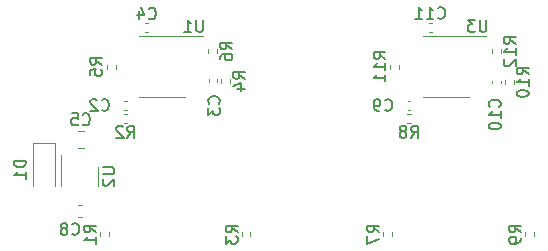
<source format=gbr>
%TF.GenerationSoftware,KiCad,Pcbnew,6.0.0*%
%TF.CreationDate,2022-01-04T22:09:20+01:00*%
%TF.ProjectId,mini_light_control,6d696e69-5f6c-4696-9768-745f636f6e74,v1.0*%
%TF.SameCoordinates,Original*%
%TF.FileFunction,Legend,Bot*%
%TF.FilePolarity,Positive*%
%FSLAX46Y46*%
G04 Gerber Fmt 4.6, Leading zero omitted, Abs format (unit mm)*
G04 Created by KiCad (PCBNEW 6.0.0) date 2022-01-04 22:09:20*
%MOMM*%
%LPD*%
G01*
G04 APERTURE LIST*
%ADD10C,0.150000*%
%ADD11C,0.120000*%
G04 APERTURE END LIST*
D10*
%TO.C,U3*%
X143761904Y-40752380D02*
X143761904Y-41561904D01*
X143714285Y-41657142D01*
X143666666Y-41704761D01*
X143571428Y-41752380D01*
X143380952Y-41752380D01*
X143285714Y-41704761D01*
X143238095Y-41657142D01*
X143190476Y-41561904D01*
X143190476Y-40752380D01*
X142809523Y-40752380D02*
X142190476Y-40752380D01*
X142523809Y-41133333D01*
X142380952Y-41133333D01*
X142285714Y-41180952D01*
X142238095Y-41228571D01*
X142190476Y-41323809D01*
X142190476Y-41561904D01*
X142238095Y-41657142D01*
X142285714Y-41704761D01*
X142380952Y-41752380D01*
X142666666Y-41752380D01*
X142761904Y-41704761D01*
X142809523Y-41657142D01*
%TO.C,R4*%
X123322380Y-45733333D02*
X122846190Y-45400000D01*
X123322380Y-45161904D02*
X122322380Y-45161904D01*
X122322380Y-45542857D01*
X122370000Y-45638095D01*
X122417619Y-45685714D01*
X122512857Y-45733333D01*
X122655714Y-45733333D01*
X122750952Y-45685714D01*
X122798571Y-45638095D01*
X122846190Y-45542857D01*
X122846190Y-45161904D01*
X122655714Y-46590476D02*
X123322380Y-46590476D01*
X122274761Y-46352380D02*
X122989047Y-46114285D01*
X122989047Y-46733333D01*
%TO.C,R1*%
X110682380Y-58733333D02*
X110206190Y-58400000D01*
X110682380Y-58161904D02*
X109682380Y-58161904D01*
X109682380Y-58542857D01*
X109730000Y-58638095D01*
X109777619Y-58685714D01*
X109872857Y-58733333D01*
X110015714Y-58733333D01*
X110110952Y-58685714D01*
X110158571Y-58638095D01*
X110206190Y-58542857D01*
X110206190Y-58161904D01*
X110682380Y-59685714D02*
X110682380Y-59114285D01*
X110682380Y-59400000D02*
X109682380Y-59400000D01*
X109825238Y-59304761D01*
X109920476Y-59209523D01*
X109968095Y-59114285D01*
%TO.C,R7*%
X134682380Y-58733333D02*
X134206190Y-58400000D01*
X134682380Y-58161904D02*
X133682380Y-58161904D01*
X133682380Y-58542857D01*
X133730000Y-58638095D01*
X133777619Y-58685714D01*
X133872857Y-58733333D01*
X134015714Y-58733333D01*
X134110952Y-58685714D01*
X134158571Y-58638095D01*
X134206190Y-58542857D01*
X134206190Y-58161904D01*
X133682380Y-59066666D02*
X133682380Y-59733333D01*
X134682380Y-59304761D01*
%TO.C,R8*%
X137366666Y-50722380D02*
X137700000Y-50246190D01*
X137938095Y-50722380D02*
X137938095Y-49722380D01*
X137557142Y-49722380D01*
X137461904Y-49770000D01*
X137414285Y-49817619D01*
X137366666Y-49912857D01*
X137366666Y-50055714D01*
X137414285Y-50150952D01*
X137461904Y-50198571D01*
X137557142Y-50246190D01*
X137938095Y-50246190D01*
X136795238Y-50150952D02*
X136890476Y-50103333D01*
X136938095Y-50055714D01*
X136985714Y-49960476D01*
X136985714Y-49912857D01*
X136938095Y-49817619D01*
X136890476Y-49770000D01*
X136795238Y-49722380D01*
X136604761Y-49722380D01*
X136509523Y-49770000D01*
X136461904Y-49817619D01*
X136414285Y-49912857D01*
X136414285Y-49960476D01*
X136461904Y-50055714D01*
X136509523Y-50103333D01*
X136604761Y-50150952D01*
X136795238Y-50150952D01*
X136890476Y-50198571D01*
X136938095Y-50246190D01*
X136985714Y-50341428D01*
X136985714Y-50531904D01*
X136938095Y-50627142D01*
X136890476Y-50674761D01*
X136795238Y-50722380D01*
X136604761Y-50722380D01*
X136509523Y-50674761D01*
X136461904Y-50627142D01*
X136414285Y-50531904D01*
X136414285Y-50341428D01*
X136461904Y-50246190D01*
X136509523Y-50198571D01*
X136604761Y-50150952D01*
%TO.C,R10*%
X147322380Y-45357142D02*
X146846190Y-45023809D01*
X147322380Y-44785714D02*
X146322380Y-44785714D01*
X146322380Y-45166666D01*
X146370000Y-45261904D01*
X146417619Y-45309523D01*
X146512857Y-45357142D01*
X146655714Y-45357142D01*
X146750952Y-45309523D01*
X146798571Y-45261904D01*
X146846190Y-45166666D01*
X146846190Y-44785714D01*
X147322380Y-46309523D02*
X147322380Y-45738095D01*
X147322380Y-46023809D02*
X146322380Y-46023809D01*
X146465238Y-45928571D01*
X146560476Y-45833333D01*
X146608095Y-45738095D01*
X146322380Y-46928571D02*
X146322380Y-47023809D01*
X146370000Y-47119047D01*
X146417619Y-47166666D01*
X146512857Y-47214285D01*
X146703333Y-47261904D01*
X146941428Y-47261904D01*
X147131904Y-47214285D01*
X147227142Y-47166666D01*
X147274761Y-47119047D01*
X147322380Y-47023809D01*
X147322380Y-46928571D01*
X147274761Y-46833333D01*
X147227142Y-46785714D01*
X147131904Y-46738095D01*
X146941428Y-46690476D01*
X146703333Y-46690476D01*
X146512857Y-46738095D01*
X146417619Y-46785714D01*
X146370000Y-46833333D01*
X146322380Y-46928571D01*
%TO.C,R6*%
X122222380Y-43233333D02*
X121746190Y-42900000D01*
X122222380Y-42661904D02*
X121222380Y-42661904D01*
X121222380Y-43042857D01*
X121270000Y-43138095D01*
X121317619Y-43185714D01*
X121412857Y-43233333D01*
X121555714Y-43233333D01*
X121650952Y-43185714D01*
X121698571Y-43138095D01*
X121746190Y-43042857D01*
X121746190Y-42661904D01*
X121222380Y-44090476D02*
X121222380Y-43900000D01*
X121270000Y-43804761D01*
X121317619Y-43757142D01*
X121460476Y-43661904D01*
X121650952Y-43614285D01*
X122031904Y-43614285D01*
X122127142Y-43661904D01*
X122174761Y-43709523D01*
X122222380Y-43804761D01*
X122222380Y-43995238D01*
X122174761Y-44090476D01*
X122127142Y-44138095D01*
X122031904Y-44185714D01*
X121793809Y-44185714D01*
X121698571Y-44138095D01*
X121650952Y-44090476D01*
X121603333Y-43995238D01*
X121603333Y-43804761D01*
X121650952Y-43709523D01*
X121698571Y-43661904D01*
X121793809Y-43614285D01*
%TO.C,C10*%
X144857142Y-48107142D02*
X144904761Y-48059523D01*
X144952380Y-47916666D01*
X144952380Y-47821428D01*
X144904761Y-47678571D01*
X144809523Y-47583333D01*
X144714285Y-47535714D01*
X144523809Y-47488095D01*
X144380952Y-47488095D01*
X144190476Y-47535714D01*
X144095238Y-47583333D01*
X144000000Y-47678571D01*
X143952380Y-47821428D01*
X143952380Y-47916666D01*
X144000000Y-48059523D01*
X144047619Y-48107142D01*
X144952380Y-49059523D02*
X144952380Y-48488095D01*
X144952380Y-48773809D02*
X143952380Y-48773809D01*
X144095238Y-48678571D01*
X144190476Y-48583333D01*
X144238095Y-48488095D01*
X143952380Y-49678571D02*
X143952380Y-49773809D01*
X144000000Y-49869047D01*
X144047619Y-49916666D01*
X144142857Y-49964285D01*
X144333333Y-50011904D01*
X144571428Y-50011904D01*
X144761904Y-49964285D01*
X144857142Y-49916666D01*
X144904761Y-49869047D01*
X144952380Y-49773809D01*
X144952380Y-49678571D01*
X144904761Y-49583333D01*
X144857142Y-49535714D01*
X144761904Y-49488095D01*
X144571428Y-49440476D01*
X144333333Y-49440476D01*
X144142857Y-49488095D01*
X144047619Y-49535714D01*
X144000000Y-49583333D01*
X143952380Y-49678571D01*
%TO.C,C11*%
X139642857Y-40557142D02*
X139690476Y-40604761D01*
X139833333Y-40652380D01*
X139928571Y-40652380D01*
X140071428Y-40604761D01*
X140166666Y-40509523D01*
X140214285Y-40414285D01*
X140261904Y-40223809D01*
X140261904Y-40080952D01*
X140214285Y-39890476D01*
X140166666Y-39795238D01*
X140071428Y-39700000D01*
X139928571Y-39652380D01*
X139833333Y-39652380D01*
X139690476Y-39700000D01*
X139642857Y-39747619D01*
X138690476Y-40652380D02*
X139261904Y-40652380D01*
X138976190Y-40652380D02*
X138976190Y-39652380D01*
X139071428Y-39795238D01*
X139166666Y-39890476D01*
X139261904Y-39938095D01*
X137738095Y-40652380D02*
X138309523Y-40652380D01*
X138023809Y-40652380D02*
X138023809Y-39652380D01*
X138119047Y-39795238D01*
X138214285Y-39890476D01*
X138309523Y-39938095D01*
%TO.C,C9*%
X135166666Y-48357142D02*
X135214285Y-48404761D01*
X135357142Y-48452380D01*
X135452380Y-48452380D01*
X135595238Y-48404761D01*
X135690476Y-48309523D01*
X135738095Y-48214285D01*
X135785714Y-48023809D01*
X135785714Y-47880952D01*
X135738095Y-47690476D01*
X135690476Y-47595238D01*
X135595238Y-47500000D01*
X135452380Y-47452380D01*
X135357142Y-47452380D01*
X135214285Y-47500000D01*
X135166666Y-47547619D01*
X134690476Y-48452380D02*
X134500000Y-48452380D01*
X134404761Y-48404761D01*
X134357142Y-48357142D01*
X134261904Y-48214285D01*
X134214285Y-48023809D01*
X134214285Y-47642857D01*
X134261904Y-47547619D01*
X134309523Y-47500000D01*
X134404761Y-47452380D01*
X134595238Y-47452380D01*
X134690476Y-47500000D01*
X134738095Y-47547619D01*
X134785714Y-47642857D01*
X134785714Y-47880952D01*
X134738095Y-47976190D01*
X134690476Y-48023809D01*
X134595238Y-48071428D01*
X134404761Y-48071428D01*
X134309523Y-48023809D01*
X134261904Y-47976190D01*
X134214285Y-47880952D01*
%TO.C,C8*%
X108666666Y-58857142D02*
X108714285Y-58904761D01*
X108857142Y-58952380D01*
X108952380Y-58952380D01*
X109095238Y-58904761D01*
X109190476Y-58809523D01*
X109238095Y-58714285D01*
X109285714Y-58523809D01*
X109285714Y-58380952D01*
X109238095Y-58190476D01*
X109190476Y-58095238D01*
X109095238Y-58000000D01*
X108952380Y-57952380D01*
X108857142Y-57952380D01*
X108714285Y-58000000D01*
X108666666Y-58047619D01*
X108095238Y-58380952D02*
X108190476Y-58333333D01*
X108238095Y-58285714D01*
X108285714Y-58190476D01*
X108285714Y-58142857D01*
X108238095Y-58047619D01*
X108190476Y-58000000D01*
X108095238Y-57952380D01*
X107904761Y-57952380D01*
X107809523Y-58000000D01*
X107761904Y-58047619D01*
X107714285Y-58142857D01*
X107714285Y-58190476D01*
X107761904Y-58285714D01*
X107809523Y-58333333D01*
X107904761Y-58380952D01*
X108095238Y-58380952D01*
X108190476Y-58428571D01*
X108238095Y-58476190D01*
X108285714Y-58571428D01*
X108285714Y-58761904D01*
X108238095Y-58857142D01*
X108190476Y-58904761D01*
X108095238Y-58952380D01*
X107904761Y-58952380D01*
X107809523Y-58904761D01*
X107761904Y-58857142D01*
X107714285Y-58761904D01*
X107714285Y-58571428D01*
X107761904Y-58476190D01*
X107809523Y-58428571D01*
X107904761Y-58380952D01*
%TO.C,C3*%
X121107142Y-47833333D02*
X121154761Y-47785714D01*
X121202380Y-47642857D01*
X121202380Y-47547619D01*
X121154761Y-47404761D01*
X121059523Y-47309523D01*
X120964285Y-47261904D01*
X120773809Y-47214285D01*
X120630952Y-47214285D01*
X120440476Y-47261904D01*
X120345238Y-47309523D01*
X120250000Y-47404761D01*
X120202380Y-47547619D01*
X120202380Y-47642857D01*
X120250000Y-47785714D01*
X120297619Y-47833333D01*
X120202380Y-48166666D02*
X120202380Y-48785714D01*
X120583333Y-48452380D01*
X120583333Y-48595238D01*
X120630952Y-48690476D01*
X120678571Y-48738095D01*
X120773809Y-48785714D01*
X121011904Y-48785714D01*
X121107142Y-48738095D01*
X121154761Y-48690476D01*
X121202380Y-48595238D01*
X121202380Y-48309523D01*
X121154761Y-48214285D01*
X121107142Y-48166666D01*
%TO.C,R11*%
X135202380Y-44057142D02*
X134726190Y-43723809D01*
X135202380Y-43485714D02*
X134202380Y-43485714D01*
X134202380Y-43866666D01*
X134250000Y-43961904D01*
X134297619Y-44009523D01*
X134392857Y-44057142D01*
X134535714Y-44057142D01*
X134630952Y-44009523D01*
X134678571Y-43961904D01*
X134726190Y-43866666D01*
X134726190Y-43485714D01*
X135202380Y-45009523D02*
X135202380Y-44438095D01*
X135202380Y-44723809D02*
X134202380Y-44723809D01*
X134345238Y-44628571D01*
X134440476Y-44533333D01*
X134488095Y-44438095D01*
X135202380Y-45961904D02*
X135202380Y-45390476D01*
X135202380Y-45676190D02*
X134202380Y-45676190D01*
X134345238Y-45580952D01*
X134440476Y-45485714D01*
X134488095Y-45390476D01*
%TO.C,C4*%
X115166666Y-40607142D02*
X115214285Y-40654761D01*
X115357142Y-40702380D01*
X115452380Y-40702380D01*
X115595238Y-40654761D01*
X115690476Y-40559523D01*
X115738095Y-40464285D01*
X115785714Y-40273809D01*
X115785714Y-40130952D01*
X115738095Y-39940476D01*
X115690476Y-39845238D01*
X115595238Y-39750000D01*
X115452380Y-39702380D01*
X115357142Y-39702380D01*
X115214285Y-39750000D01*
X115166666Y-39797619D01*
X114309523Y-40035714D02*
X114309523Y-40702380D01*
X114547619Y-39654761D02*
X114785714Y-40369047D01*
X114166666Y-40369047D01*
%TO.C,U1*%
X119761904Y-40752380D02*
X119761904Y-41561904D01*
X119714285Y-41657142D01*
X119666666Y-41704761D01*
X119571428Y-41752380D01*
X119380952Y-41752380D01*
X119285714Y-41704761D01*
X119238095Y-41657142D01*
X119190476Y-41561904D01*
X119190476Y-40752380D01*
X118190476Y-41752380D02*
X118761904Y-41752380D01*
X118476190Y-41752380D02*
X118476190Y-40752380D01*
X118571428Y-40895238D01*
X118666666Y-40990476D01*
X118761904Y-41038095D01*
%TO.C,R12*%
X146222380Y-42757142D02*
X145746190Y-42423809D01*
X146222380Y-42185714D02*
X145222380Y-42185714D01*
X145222380Y-42566666D01*
X145270000Y-42661904D01*
X145317619Y-42709523D01*
X145412857Y-42757142D01*
X145555714Y-42757142D01*
X145650952Y-42709523D01*
X145698571Y-42661904D01*
X145746190Y-42566666D01*
X145746190Y-42185714D01*
X146222380Y-43709523D02*
X146222380Y-43138095D01*
X146222380Y-43423809D02*
X145222380Y-43423809D01*
X145365238Y-43328571D01*
X145460476Y-43233333D01*
X145508095Y-43138095D01*
X145317619Y-44090476D02*
X145270000Y-44138095D01*
X145222380Y-44233333D01*
X145222380Y-44471428D01*
X145270000Y-44566666D01*
X145317619Y-44614285D01*
X145412857Y-44661904D01*
X145508095Y-44661904D01*
X145650952Y-44614285D01*
X146222380Y-44042857D01*
X146222380Y-44661904D01*
%TO.C,R2*%
X113366666Y-50722380D02*
X113700000Y-50246190D01*
X113938095Y-50722380D02*
X113938095Y-49722380D01*
X113557142Y-49722380D01*
X113461904Y-49770000D01*
X113414285Y-49817619D01*
X113366666Y-49912857D01*
X113366666Y-50055714D01*
X113414285Y-50150952D01*
X113461904Y-50198571D01*
X113557142Y-50246190D01*
X113938095Y-50246190D01*
X112985714Y-49817619D02*
X112938095Y-49770000D01*
X112842857Y-49722380D01*
X112604761Y-49722380D01*
X112509523Y-49770000D01*
X112461904Y-49817619D01*
X112414285Y-49912857D01*
X112414285Y-50008095D01*
X112461904Y-50150952D01*
X113033333Y-50722380D01*
X112414285Y-50722380D01*
%TO.C,R3*%
X122682380Y-58733333D02*
X122206190Y-58400000D01*
X122682380Y-58161904D02*
X121682380Y-58161904D01*
X121682380Y-58542857D01*
X121730000Y-58638095D01*
X121777619Y-58685714D01*
X121872857Y-58733333D01*
X122015714Y-58733333D01*
X122110952Y-58685714D01*
X122158571Y-58638095D01*
X122206190Y-58542857D01*
X122206190Y-58161904D01*
X121682380Y-59066666D02*
X121682380Y-59685714D01*
X122063333Y-59352380D01*
X122063333Y-59495238D01*
X122110952Y-59590476D01*
X122158571Y-59638095D01*
X122253809Y-59685714D01*
X122491904Y-59685714D01*
X122587142Y-59638095D01*
X122634761Y-59590476D01*
X122682380Y-59495238D01*
X122682380Y-59209523D01*
X122634761Y-59114285D01*
X122587142Y-59066666D01*
%TO.C,R9*%
X146682380Y-58733333D02*
X146206190Y-58400000D01*
X146682380Y-58161904D02*
X145682380Y-58161904D01*
X145682380Y-58542857D01*
X145730000Y-58638095D01*
X145777619Y-58685714D01*
X145872857Y-58733333D01*
X146015714Y-58733333D01*
X146110952Y-58685714D01*
X146158571Y-58638095D01*
X146206190Y-58542857D01*
X146206190Y-58161904D01*
X146682380Y-59209523D02*
X146682380Y-59400000D01*
X146634761Y-59495238D01*
X146587142Y-59542857D01*
X146444285Y-59638095D01*
X146253809Y-59685714D01*
X145872857Y-59685714D01*
X145777619Y-59638095D01*
X145730000Y-59590476D01*
X145682380Y-59495238D01*
X145682380Y-59304761D01*
X145730000Y-59209523D01*
X145777619Y-59161904D01*
X145872857Y-59114285D01*
X146110952Y-59114285D01*
X146206190Y-59161904D01*
X146253809Y-59209523D01*
X146301428Y-59304761D01*
X146301428Y-59495238D01*
X146253809Y-59590476D01*
X146206190Y-59638095D01*
X146110952Y-59685714D01*
%TO.C,U2*%
X111252380Y-53238095D02*
X112061904Y-53238095D01*
X112157142Y-53285714D01*
X112204761Y-53333333D01*
X112252380Y-53428571D01*
X112252380Y-53619047D01*
X112204761Y-53714285D01*
X112157142Y-53761904D01*
X112061904Y-53809523D01*
X111252380Y-53809523D01*
X111347619Y-54238095D02*
X111300000Y-54285714D01*
X111252380Y-54380952D01*
X111252380Y-54619047D01*
X111300000Y-54714285D01*
X111347619Y-54761904D01*
X111442857Y-54809523D01*
X111538095Y-54809523D01*
X111680952Y-54761904D01*
X112252380Y-54190476D01*
X112252380Y-54809523D01*
%TO.C,C2*%
X111166666Y-48357142D02*
X111214285Y-48404761D01*
X111357142Y-48452380D01*
X111452380Y-48452380D01*
X111595238Y-48404761D01*
X111690476Y-48309523D01*
X111738095Y-48214285D01*
X111785714Y-48023809D01*
X111785714Y-47880952D01*
X111738095Y-47690476D01*
X111690476Y-47595238D01*
X111595238Y-47500000D01*
X111452380Y-47452380D01*
X111357142Y-47452380D01*
X111214285Y-47500000D01*
X111166666Y-47547619D01*
X110785714Y-47547619D02*
X110738095Y-47500000D01*
X110642857Y-47452380D01*
X110404761Y-47452380D01*
X110309523Y-47500000D01*
X110261904Y-47547619D01*
X110214285Y-47642857D01*
X110214285Y-47738095D01*
X110261904Y-47880952D01*
X110833333Y-48452380D01*
X110214285Y-48452380D01*
%TO.C,C5*%
X109566666Y-49569641D02*
X109614285Y-49617260D01*
X109757142Y-49664879D01*
X109852380Y-49664879D01*
X109995238Y-49617260D01*
X110090476Y-49522022D01*
X110138095Y-49426784D01*
X110185714Y-49236308D01*
X110185714Y-49093451D01*
X110138095Y-48902975D01*
X110090476Y-48807737D01*
X109995238Y-48712499D01*
X109852380Y-48664879D01*
X109757142Y-48664879D01*
X109614285Y-48712499D01*
X109566666Y-48760118D01*
X108661904Y-48664879D02*
X109138095Y-48664879D01*
X109185714Y-49141070D01*
X109138095Y-49093451D01*
X109042857Y-49045832D01*
X108804761Y-49045832D01*
X108709523Y-49093451D01*
X108661904Y-49141070D01*
X108614285Y-49236308D01*
X108614285Y-49474403D01*
X108661904Y-49569641D01*
X108709523Y-49617260D01*
X108804761Y-49664879D01*
X109042857Y-49664879D01*
X109138095Y-49617260D01*
X109185714Y-49569641D01*
%TO.C,D1*%
X104752380Y-52661904D02*
X103752380Y-52661904D01*
X103752380Y-52900000D01*
X103800000Y-53042857D01*
X103895238Y-53138095D01*
X103990476Y-53185714D01*
X104180952Y-53233333D01*
X104323809Y-53233333D01*
X104514285Y-53185714D01*
X104609523Y-53138095D01*
X104704761Y-53042857D01*
X104752380Y-52900000D01*
X104752380Y-52661904D01*
X104752380Y-54185714D02*
X104752380Y-53614285D01*
X104752380Y-53900000D02*
X103752380Y-53900000D01*
X103895238Y-53804761D01*
X103990476Y-53709523D01*
X104038095Y-53614285D01*
%TO.C,R5*%
X111202380Y-44533333D02*
X110726190Y-44200000D01*
X111202380Y-43961904D02*
X110202380Y-43961904D01*
X110202380Y-44342857D01*
X110250000Y-44438095D01*
X110297619Y-44485714D01*
X110392857Y-44533333D01*
X110535714Y-44533333D01*
X110630952Y-44485714D01*
X110678571Y-44438095D01*
X110726190Y-44342857D01*
X110726190Y-43961904D01*
X110202380Y-45438095D02*
X110202380Y-44961904D01*
X110678571Y-44914285D01*
X110630952Y-44961904D01*
X110583333Y-45057142D01*
X110583333Y-45295238D01*
X110630952Y-45390476D01*
X110678571Y-45438095D01*
X110773809Y-45485714D01*
X111011904Y-45485714D01*
X111107142Y-45438095D01*
X111154761Y-45390476D01*
X111202380Y-45295238D01*
X111202380Y-45057142D01*
X111154761Y-44961904D01*
X111107142Y-44914285D01*
D11*
%TO.C,U3*%
X140300000Y-42140000D02*
X143750000Y-42140000D01*
X140300000Y-47260000D02*
X142250000Y-47260000D01*
X140300000Y-42140000D02*
X138350000Y-42140000D01*
X140300000Y-47260000D02*
X138350000Y-47260000D01*
%TO.C,R4*%
X122080000Y-46067621D02*
X122080000Y-45732379D01*
X121320000Y-46067621D02*
X121320000Y-45732379D01*
%TO.C,R1*%
X111020000Y-58732379D02*
X111020000Y-59067621D01*
X111780000Y-58732379D02*
X111780000Y-59067621D01*
%TO.C,R7*%
X135020000Y-58732379D02*
X135020000Y-59067621D01*
X135780000Y-58732379D02*
X135780000Y-59067621D01*
%TO.C,R8*%
X137032379Y-49480000D02*
X137367621Y-49480000D01*
X137032379Y-48720000D02*
X137367621Y-48720000D01*
%TO.C,R10*%
X145320000Y-46167621D02*
X145320000Y-45832379D01*
X146080000Y-46167621D02*
X146080000Y-45832379D01*
%TO.C,R6*%
X120220000Y-43567621D02*
X120220000Y-43232379D01*
X120980000Y-43567621D02*
X120980000Y-43232379D01*
%TO.C,C10*%
X144240000Y-45884165D02*
X144240000Y-46115835D01*
X144960000Y-45884165D02*
X144960000Y-46115835D01*
%TO.C,C11*%
X138884165Y-41040000D02*
X139115835Y-41040000D01*
X138884165Y-41760000D02*
X139115835Y-41760000D01*
%TO.C,C9*%
X137315835Y-48360000D02*
X137084165Y-48360000D01*
X137315835Y-47640000D02*
X137084165Y-47640000D01*
%TO.C,C8*%
X109203735Y-56427501D02*
X109496269Y-56427501D01*
X109203735Y-57447501D02*
X109496269Y-57447501D01*
%TO.C,C3*%
X120240000Y-45784165D02*
X120240000Y-46015835D01*
X120960000Y-45784165D02*
X120960000Y-46015835D01*
%TO.C,R11*%
X136380000Y-44867621D02*
X136380000Y-44532379D01*
X135620000Y-44867621D02*
X135620000Y-44532379D01*
%TO.C,C4*%
X114884165Y-41040000D02*
X115115835Y-41040000D01*
X114884165Y-41760000D02*
X115115835Y-41760000D01*
%TO.C,U1*%
X116300000Y-42140000D02*
X114350000Y-42140000D01*
X116300000Y-42140000D02*
X119750000Y-42140000D01*
X116300000Y-47260000D02*
X118250000Y-47260000D01*
X116300000Y-47260000D02*
X114350000Y-47260000D01*
%TO.C,R12*%
X144980000Y-43567621D02*
X144980000Y-43232379D01*
X144220000Y-43567621D02*
X144220000Y-43232379D01*
%TO.C,R2*%
X113032379Y-48720000D02*
X113367621Y-48720000D01*
X113032379Y-49480000D02*
X113367621Y-49480000D01*
%TO.C,R3*%
X123020000Y-58732379D02*
X123020000Y-59067621D01*
X123780000Y-58732379D02*
X123780000Y-59067621D01*
%TO.C,R9*%
X147020000Y-58732379D02*
X147020000Y-59067621D01*
X147780000Y-58732379D02*
X147780000Y-59067621D01*
%TO.C,U2*%
X107740000Y-54000000D02*
X107740000Y-52200000D01*
X110860000Y-54000000D02*
X110860000Y-54800000D01*
X107740000Y-54000000D02*
X107740000Y-54800000D01*
X110860000Y-54000000D02*
X110860000Y-53200000D01*
%TO.C,C2*%
X113315835Y-48360000D02*
X113084165Y-48360000D01*
X113315835Y-47640000D02*
X113084165Y-47640000D01*
%TO.C,C5*%
X109138748Y-51635000D02*
X109661252Y-51635000D01*
X109138748Y-50165000D02*
X109661252Y-50165000D01*
%TO.C,D1*%
X107250000Y-51140000D02*
X107250000Y-54800000D01*
X105350000Y-51140000D02*
X105350000Y-54800000D01*
X105350000Y-51140000D02*
X107250000Y-51140000D01*
%TO.C,R5*%
X111620000Y-44867621D02*
X111620000Y-44532379D01*
X112380000Y-44867621D02*
X112380000Y-44532379D01*
%TD*%
M02*

</source>
